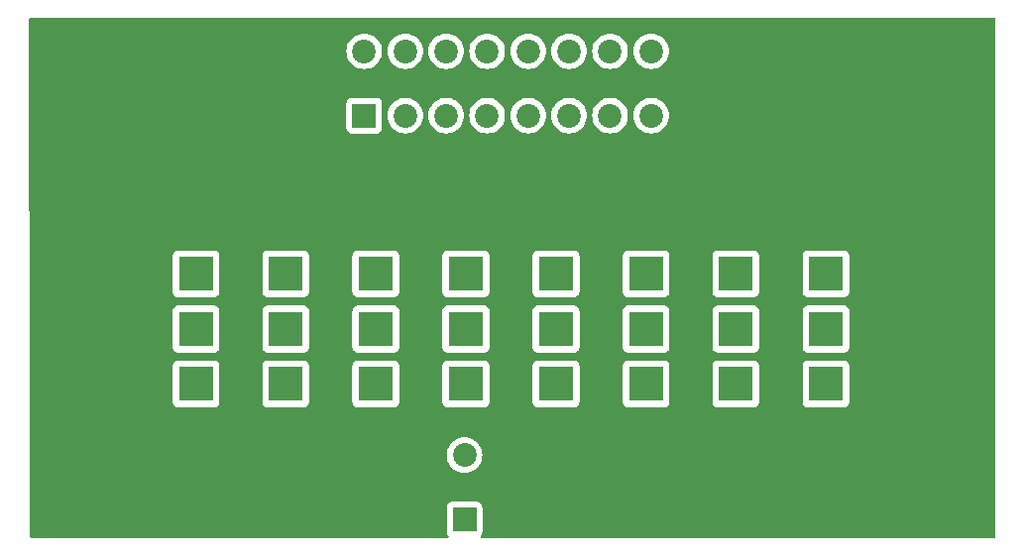
<source format=gbl>
G04 #@! TF.GenerationSoftware,KiCad,Pcbnew,7.0.7*
G04 #@! TF.CreationDate,2023-09-05T00:15:25-07:00*
G04 #@! TF.ProjectId,Power Supply Board Ground Systems V1.1,506f7765-7220-4537-9570-706c7920426f,rev?*
G04 #@! TF.SameCoordinates,Original*
G04 #@! TF.FileFunction,Copper,L2,Bot*
G04 #@! TF.FilePolarity,Positive*
%FSLAX46Y46*%
G04 Gerber Fmt 4.6, Leading zero omitted, Abs format (unit mm)*
G04 Created by KiCad (PCBNEW 7.0.7) date 2023-09-05 00:15:25*
%MOMM*%
%LPD*%
G01*
G04 APERTURE LIST*
G04 #@! TA.AperFunction,ComponentPad*
%ADD10R,3.000000X3.000000*%
G04 #@! TD*
G04 #@! TA.AperFunction,ComponentPad*
%ADD11C,3.600000*%
G04 #@! TD*
G04 #@! TA.AperFunction,ConnectorPad*
%ADD12C,6.400000*%
G04 #@! TD*
G04 #@! TA.AperFunction,ComponentPad*
%ADD13R,2.025000X2.025000*%
G04 #@! TD*
G04 #@! TA.AperFunction,ComponentPad*
%ADD14C,2.025000*%
G04 #@! TD*
G04 #@! TA.AperFunction,ViaPad*
%ADD15C,0.800000*%
G04 #@! TD*
G04 APERTURE END LIST*
D10*
X47330916Y-47289800D03*
X47330916Y-51989800D03*
X47330916Y-56689800D03*
X78086684Y-47289800D03*
X78086684Y-51989800D03*
X78086684Y-56689800D03*
X55019858Y-47289800D03*
X55019858Y-51989800D03*
X55019858Y-56689800D03*
X39641974Y-47289800D03*
X39641974Y-51989800D03*
X39641974Y-56689800D03*
D11*
X102870000Y-60325000D03*
D12*
X102870000Y-60325000D03*
D11*
X30480000Y-60325000D03*
D12*
X30480000Y-60325000D03*
D13*
X62590000Y-68260000D03*
D14*
X62590000Y-62760000D03*
X66090000Y-68260000D03*
X66090000Y-62760000D03*
D10*
X93464574Y-47289800D03*
X93464574Y-51989800D03*
X93464574Y-56689800D03*
D11*
X102870000Y-34925000D03*
D12*
X102870000Y-34925000D03*
D10*
X85775626Y-47289800D03*
X85775626Y-51989800D03*
X85775626Y-56689800D03*
X70397742Y-47289800D03*
X70397742Y-51989800D03*
X70397742Y-56689800D03*
D13*
X54025800Y-33756600D03*
D14*
X54025800Y-28256600D03*
X57525800Y-33756600D03*
X57525800Y-28256600D03*
X61025800Y-33756600D03*
X61025800Y-28256600D03*
X64525800Y-33756600D03*
X64525800Y-28256600D03*
X68025800Y-33756600D03*
X68025800Y-28256600D03*
X71525800Y-33756600D03*
X71525800Y-28256600D03*
X75025800Y-33756600D03*
X75025800Y-28256600D03*
X78525800Y-33756600D03*
X78525800Y-28256600D03*
D10*
X62708800Y-47289800D03*
X62708800Y-51989800D03*
X62708800Y-56689800D03*
D11*
X30480000Y-34925000D03*
D12*
X30480000Y-34925000D03*
D15*
X47659600Y-38177000D03*
X51867503Y-64720000D03*
X78419000Y-38177000D03*
X55355800Y-38177000D03*
X86140600Y-38177000D03*
X63026600Y-38177000D03*
X70722800Y-38177000D03*
X39963400Y-38177000D03*
X93836800Y-38177000D03*
G04 #@! TA.AperFunction,Conductor*
G36*
X107823542Y-25425360D02*
G01*
X107891653Y-25445382D01*
X107938130Y-25499052D01*
X107949500Y-25551359D01*
X107949500Y-69723500D01*
X107929498Y-69791621D01*
X107875842Y-69838114D01*
X107823500Y-69849500D01*
X106326000Y-69849500D01*
X64067174Y-69836489D01*
X63999060Y-69816466D01*
X63952583Y-69762796D01*
X63942501Y-69692519D01*
X63966343Y-69634983D01*
X64053389Y-69518704D01*
X64104489Y-69381701D01*
X64111000Y-69321138D01*
X64111000Y-67198862D01*
X64110999Y-67198850D01*
X64104490Y-67138303D01*
X64104488Y-67138295D01*
X64053389Y-67001297D01*
X64053387Y-67001292D01*
X63965761Y-66884238D01*
X63848707Y-66796612D01*
X63848702Y-66796610D01*
X63711704Y-66745511D01*
X63711696Y-66745509D01*
X63651149Y-66739000D01*
X63651138Y-66739000D01*
X61528862Y-66739000D01*
X61528850Y-66739000D01*
X61468303Y-66745509D01*
X61468295Y-66745511D01*
X61331297Y-66796610D01*
X61331292Y-66796612D01*
X61214238Y-66884238D01*
X61126612Y-67001292D01*
X61126610Y-67001297D01*
X61075511Y-67138295D01*
X61075509Y-67138303D01*
X61069000Y-67198850D01*
X61069000Y-69321149D01*
X61075509Y-69381696D01*
X61075511Y-69381704D01*
X61126610Y-69518702D01*
X61126612Y-69518707D01*
X61212973Y-69634070D01*
X61237784Y-69700590D01*
X61222693Y-69769964D01*
X61172491Y-69820166D01*
X61112066Y-69835579D01*
X25576617Y-69824638D01*
X25508503Y-69804615D01*
X25462026Y-69750945D01*
X25450656Y-69698782D01*
X25450293Y-69381704D01*
X25442721Y-62760000D01*
X61064297Y-62760000D01*
X61083081Y-62998673D01*
X61138970Y-63231468D01*
X61230589Y-63452655D01*
X61230590Y-63452656D01*
X61355677Y-63656782D01*
X61355682Y-63656789D01*
X61511164Y-63838835D01*
X61693210Y-63994317D01*
X61693214Y-63994320D01*
X61897345Y-64119411D01*
X62118532Y-64211030D01*
X62351327Y-64266919D01*
X62590000Y-64285703D01*
X62828673Y-64266919D01*
X63061468Y-64211030D01*
X63282655Y-64119411D01*
X63486786Y-63994320D01*
X63668835Y-63838835D01*
X63824320Y-63656786D01*
X63949411Y-63452655D01*
X64041030Y-63231468D01*
X64096919Y-62998673D01*
X64115703Y-62760000D01*
X64096919Y-62521327D01*
X64041030Y-62288532D01*
X63949411Y-62067345D01*
X63824320Y-61863214D01*
X63824317Y-61863210D01*
X63668835Y-61681164D01*
X63486789Y-61525682D01*
X63486782Y-61525677D01*
X63367097Y-61452335D01*
X63282655Y-61400589D01*
X63061468Y-61308970D01*
X62828673Y-61253081D01*
X62590000Y-61234297D01*
X62351327Y-61253081D01*
X62118531Y-61308970D01*
X61897343Y-61400590D01*
X61693217Y-61525677D01*
X61693210Y-61525682D01*
X61511164Y-61681164D01*
X61355682Y-61863210D01*
X61355677Y-61863217D01*
X61230590Y-62067343D01*
X61230589Y-62067345D01*
X61138970Y-62288532D01*
X61083081Y-62521327D01*
X61064297Y-62760000D01*
X25442721Y-62760000D01*
X25437551Y-58238449D01*
X37633474Y-58238449D01*
X37639983Y-58298996D01*
X37639985Y-58299004D01*
X37691084Y-58436002D01*
X37691086Y-58436007D01*
X37778712Y-58553061D01*
X37895766Y-58640687D01*
X37895768Y-58640688D01*
X37895770Y-58640689D01*
X37954849Y-58662724D01*
X38032769Y-58691788D01*
X38032777Y-58691790D01*
X38093324Y-58698299D01*
X38093329Y-58698299D01*
X38093336Y-58698300D01*
X38093342Y-58698300D01*
X41190606Y-58698300D01*
X41190612Y-58698300D01*
X41190619Y-58698299D01*
X41190623Y-58698299D01*
X41251170Y-58691790D01*
X41251173Y-58691789D01*
X41251175Y-58691789D01*
X41388178Y-58640689D01*
X41505235Y-58553061D01*
X41592863Y-58436004D01*
X41643963Y-58299001D01*
X41650473Y-58238449D01*
X45322416Y-58238449D01*
X45328925Y-58298996D01*
X45328927Y-58299004D01*
X45380026Y-58436002D01*
X45380028Y-58436007D01*
X45467654Y-58553061D01*
X45584708Y-58640687D01*
X45584710Y-58640688D01*
X45584712Y-58640689D01*
X45643791Y-58662724D01*
X45721711Y-58691788D01*
X45721719Y-58691790D01*
X45782266Y-58698299D01*
X45782271Y-58698299D01*
X45782278Y-58698300D01*
X45782284Y-58698300D01*
X48879548Y-58698300D01*
X48879554Y-58698300D01*
X48879561Y-58698299D01*
X48879565Y-58698299D01*
X48940112Y-58691790D01*
X48940115Y-58691789D01*
X48940117Y-58691789D01*
X49077120Y-58640689D01*
X49194177Y-58553061D01*
X49281805Y-58436004D01*
X49332905Y-58299001D01*
X49339415Y-58238449D01*
X53011358Y-58238449D01*
X53017867Y-58298996D01*
X53017869Y-58299004D01*
X53068968Y-58436002D01*
X53068970Y-58436007D01*
X53156596Y-58553061D01*
X53273650Y-58640687D01*
X53273652Y-58640688D01*
X53273654Y-58640689D01*
X53332733Y-58662724D01*
X53410653Y-58691788D01*
X53410661Y-58691790D01*
X53471208Y-58698299D01*
X53471213Y-58698299D01*
X53471220Y-58698300D01*
X53471226Y-58698300D01*
X56568490Y-58698300D01*
X56568496Y-58698300D01*
X56568503Y-58698299D01*
X56568507Y-58698299D01*
X56629054Y-58691790D01*
X56629057Y-58691789D01*
X56629059Y-58691789D01*
X56766062Y-58640689D01*
X56883119Y-58553061D01*
X56970747Y-58436004D01*
X57021847Y-58299001D01*
X57028357Y-58238449D01*
X60700300Y-58238449D01*
X60706809Y-58298996D01*
X60706811Y-58299004D01*
X60757910Y-58436002D01*
X60757912Y-58436007D01*
X60845538Y-58553061D01*
X60962592Y-58640687D01*
X60962594Y-58640688D01*
X60962596Y-58640689D01*
X61021675Y-58662724D01*
X61099595Y-58691788D01*
X61099603Y-58691790D01*
X61160150Y-58698299D01*
X61160155Y-58698299D01*
X61160162Y-58698300D01*
X61160168Y-58698300D01*
X64257432Y-58698300D01*
X64257438Y-58698300D01*
X64257445Y-58698299D01*
X64257449Y-58698299D01*
X64317996Y-58691790D01*
X64317999Y-58691789D01*
X64318001Y-58691789D01*
X64455004Y-58640689D01*
X64572061Y-58553061D01*
X64659689Y-58436004D01*
X64710789Y-58299001D01*
X64717299Y-58238449D01*
X68389242Y-58238449D01*
X68395751Y-58298996D01*
X68395753Y-58299004D01*
X68446852Y-58436002D01*
X68446854Y-58436007D01*
X68534480Y-58553061D01*
X68651534Y-58640687D01*
X68651536Y-58640688D01*
X68651538Y-58640689D01*
X68710617Y-58662724D01*
X68788537Y-58691788D01*
X68788545Y-58691790D01*
X68849092Y-58698299D01*
X68849097Y-58698299D01*
X68849104Y-58698300D01*
X68849110Y-58698300D01*
X71946374Y-58698300D01*
X71946380Y-58698300D01*
X71946387Y-58698299D01*
X71946391Y-58698299D01*
X72006938Y-58691790D01*
X72006941Y-58691789D01*
X72006943Y-58691789D01*
X72143946Y-58640689D01*
X72261003Y-58553061D01*
X72348631Y-58436004D01*
X72399731Y-58299001D01*
X72406241Y-58238449D01*
X76078184Y-58238449D01*
X76084693Y-58298996D01*
X76084695Y-58299004D01*
X76135794Y-58436002D01*
X76135796Y-58436007D01*
X76223422Y-58553061D01*
X76340476Y-58640687D01*
X76340478Y-58640688D01*
X76340480Y-58640689D01*
X76399559Y-58662724D01*
X76477479Y-58691788D01*
X76477487Y-58691790D01*
X76538034Y-58698299D01*
X76538039Y-58698299D01*
X76538046Y-58698300D01*
X76538052Y-58698300D01*
X79635316Y-58698300D01*
X79635322Y-58698300D01*
X79635329Y-58698299D01*
X79635333Y-58698299D01*
X79695880Y-58691790D01*
X79695883Y-58691789D01*
X79695885Y-58691789D01*
X79832888Y-58640689D01*
X79949945Y-58553061D01*
X80037573Y-58436004D01*
X80088673Y-58299001D01*
X80095183Y-58238449D01*
X83767126Y-58238449D01*
X83773635Y-58298996D01*
X83773637Y-58299004D01*
X83824736Y-58436002D01*
X83824738Y-58436007D01*
X83912364Y-58553061D01*
X84029418Y-58640687D01*
X84029420Y-58640688D01*
X84029422Y-58640689D01*
X84088501Y-58662724D01*
X84166421Y-58691788D01*
X84166429Y-58691790D01*
X84226976Y-58698299D01*
X84226981Y-58698299D01*
X84226988Y-58698300D01*
X84226994Y-58698300D01*
X87324258Y-58698300D01*
X87324264Y-58698300D01*
X87324271Y-58698299D01*
X87324275Y-58698299D01*
X87384822Y-58691790D01*
X87384825Y-58691789D01*
X87384827Y-58691789D01*
X87521830Y-58640689D01*
X87638887Y-58553061D01*
X87726515Y-58436004D01*
X87777615Y-58299001D01*
X87784125Y-58238449D01*
X91456074Y-58238449D01*
X91462583Y-58298996D01*
X91462585Y-58299004D01*
X91513684Y-58436002D01*
X91513686Y-58436007D01*
X91601312Y-58553061D01*
X91718366Y-58640687D01*
X91718368Y-58640688D01*
X91718370Y-58640689D01*
X91777449Y-58662724D01*
X91855369Y-58691788D01*
X91855377Y-58691790D01*
X91915924Y-58698299D01*
X91915929Y-58698299D01*
X91915936Y-58698300D01*
X91915942Y-58698300D01*
X95013206Y-58698300D01*
X95013212Y-58698300D01*
X95013219Y-58698299D01*
X95013223Y-58698299D01*
X95073770Y-58691790D01*
X95073773Y-58691789D01*
X95073775Y-58691789D01*
X95210778Y-58640689D01*
X95327835Y-58553061D01*
X95415463Y-58436004D01*
X95466563Y-58299001D01*
X95473074Y-58238438D01*
X95473074Y-55141162D01*
X95473073Y-55141150D01*
X95466564Y-55080603D01*
X95466562Y-55080595D01*
X95415463Y-54943597D01*
X95415461Y-54943592D01*
X95327835Y-54826538D01*
X95210781Y-54738912D01*
X95210776Y-54738910D01*
X95073778Y-54687811D01*
X95073770Y-54687809D01*
X95013223Y-54681300D01*
X95013212Y-54681300D01*
X91915936Y-54681300D01*
X91915924Y-54681300D01*
X91855377Y-54687809D01*
X91855369Y-54687811D01*
X91718371Y-54738910D01*
X91718366Y-54738912D01*
X91601312Y-54826538D01*
X91513686Y-54943592D01*
X91513684Y-54943597D01*
X91462585Y-55080595D01*
X91462583Y-55080603D01*
X91456074Y-55141150D01*
X91456074Y-58238449D01*
X87784125Y-58238449D01*
X87784126Y-58238438D01*
X87784126Y-55141162D01*
X87784125Y-55141150D01*
X87777616Y-55080603D01*
X87777614Y-55080595D01*
X87726515Y-54943597D01*
X87726513Y-54943592D01*
X87638887Y-54826538D01*
X87521833Y-54738912D01*
X87521828Y-54738910D01*
X87384830Y-54687811D01*
X87384822Y-54687809D01*
X87324275Y-54681300D01*
X87324264Y-54681300D01*
X84226988Y-54681300D01*
X84226976Y-54681300D01*
X84166429Y-54687809D01*
X84166421Y-54687811D01*
X84029423Y-54738910D01*
X84029418Y-54738912D01*
X83912364Y-54826538D01*
X83824738Y-54943592D01*
X83824736Y-54943597D01*
X83773637Y-55080595D01*
X83773635Y-55080603D01*
X83767126Y-55141150D01*
X83767126Y-58238449D01*
X80095183Y-58238449D01*
X80095184Y-58238438D01*
X80095184Y-55141162D01*
X80095183Y-55141150D01*
X80088674Y-55080603D01*
X80088672Y-55080595D01*
X80037573Y-54943597D01*
X80037571Y-54943592D01*
X79949945Y-54826538D01*
X79832891Y-54738912D01*
X79832886Y-54738910D01*
X79695888Y-54687811D01*
X79695880Y-54687809D01*
X79635333Y-54681300D01*
X79635322Y-54681300D01*
X76538046Y-54681300D01*
X76538034Y-54681300D01*
X76477487Y-54687809D01*
X76477479Y-54687811D01*
X76340481Y-54738910D01*
X76340476Y-54738912D01*
X76223422Y-54826538D01*
X76135796Y-54943592D01*
X76135794Y-54943597D01*
X76084695Y-55080595D01*
X76084693Y-55080603D01*
X76078184Y-55141150D01*
X76078184Y-58238449D01*
X72406241Y-58238449D01*
X72406242Y-58238438D01*
X72406242Y-55141162D01*
X72406241Y-55141150D01*
X72399732Y-55080603D01*
X72399730Y-55080595D01*
X72348631Y-54943597D01*
X72348629Y-54943592D01*
X72261003Y-54826538D01*
X72143949Y-54738912D01*
X72143944Y-54738910D01*
X72006946Y-54687811D01*
X72006938Y-54687809D01*
X71946391Y-54681300D01*
X71946380Y-54681300D01*
X68849104Y-54681300D01*
X68849092Y-54681300D01*
X68788545Y-54687809D01*
X68788537Y-54687811D01*
X68651539Y-54738910D01*
X68651534Y-54738912D01*
X68534480Y-54826538D01*
X68446854Y-54943592D01*
X68446852Y-54943597D01*
X68395753Y-55080595D01*
X68395751Y-55080603D01*
X68389242Y-55141150D01*
X68389242Y-58238449D01*
X64717299Y-58238449D01*
X64717300Y-58238438D01*
X64717300Y-55141162D01*
X64717299Y-55141150D01*
X64710790Y-55080603D01*
X64710788Y-55080595D01*
X64659689Y-54943597D01*
X64659687Y-54943592D01*
X64572061Y-54826538D01*
X64455007Y-54738912D01*
X64455002Y-54738910D01*
X64318004Y-54687811D01*
X64317996Y-54687809D01*
X64257449Y-54681300D01*
X64257438Y-54681300D01*
X61160162Y-54681300D01*
X61160150Y-54681300D01*
X61099603Y-54687809D01*
X61099595Y-54687811D01*
X60962597Y-54738910D01*
X60962592Y-54738912D01*
X60845538Y-54826538D01*
X60757912Y-54943592D01*
X60757910Y-54943597D01*
X60706811Y-55080595D01*
X60706809Y-55080603D01*
X60700300Y-55141150D01*
X60700300Y-58238449D01*
X57028357Y-58238449D01*
X57028358Y-58238438D01*
X57028358Y-55141162D01*
X57028357Y-55141150D01*
X57021848Y-55080603D01*
X57021846Y-55080595D01*
X56970747Y-54943597D01*
X56970745Y-54943592D01*
X56883119Y-54826538D01*
X56766065Y-54738912D01*
X56766060Y-54738910D01*
X56629062Y-54687811D01*
X56629054Y-54687809D01*
X56568507Y-54681300D01*
X56568496Y-54681300D01*
X53471220Y-54681300D01*
X53471208Y-54681300D01*
X53410661Y-54687809D01*
X53410653Y-54687811D01*
X53273655Y-54738910D01*
X53273650Y-54738912D01*
X53156596Y-54826538D01*
X53068970Y-54943592D01*
X53068968Y-54943597D01*
X53017869Y-55080595D01*
X53017867Y-55080603D01*
X53011358Y-55141150D01*
X53011358Y-58238449D01*
X49339415Y-58238449D01*
X49339416Y-58238438D01*
X49339416Y-55141162D01*
X49339415Y-55141150D01*
X49332906Y-55080603D01*
X49332904Y-55080595D01*
X49281805Y-54943597D01*
X49281803Y-54943592D01*
X49194177Y-54826538D01*
X49077123Y-54738912D01*
X49077118Y-54738910D01*
X48940120Y-54687811D01*
X48940112Y-54687809D01*
X48879565Y-54681300D01*
X48879554Y-54681300D01*
X45782278Y-54681300D01*
X45782266Y-54681300D01*
X45721719Y-54687809D01*
X45721711Y-54687811D01*
X45584713Y-54738910D01*
X45584708Y-54738912D01*
X45467654Y-54826538D01*
X45380028Y-54943592D01*
X45380026Y-54943597D01*
X45328927Y-55080595D01*
X45328925Y-55080603D01*
X45322416Y-55141150D01*
X45322416Y-58238449D01*
X41650473Y-58238449D01*
X41650474Y-58238438D01*
X41650474Y-55141162D01*
X41650473Y-55141150D01*
X41643964Y-55080603D01*
X41643962Y-55080595D01*
X41592863Y-54943597D01*
X41592861Y-54943592D01*
X41505235Y-54826538D01*
X41388181Y-54738912D01*
X41388176Y-54738910D01*
X41251178Y-54687811D01*
X41251170Y-54687809D01*
X41190623Y-54681300D01*
X41190612Y-54681300D01*
X38093336Y-54681300D01*
X38093324Y-54681300D01*
X38032777Y-54687809D01*
X38032769Y-54687811D01*
X37895771Y-54738910D01*
X37895766Y-54738912D01*
X37778712Y-54826538D01*
X37691086Y-54943592D01*
X37691084Y-54943597D01*
X37639985Y-55080595D01*
X37639983Y-55080603D01*
X37633474Y-55141150D01*
X37633474Y-58238449D01*
X25437551Y-58238449D01*
X25432176Y-53538449D01*
X37633474Y-53538449D01*
X37639983Y-53598996D01*
X37639985Y-53599004D01*
X37691084Y-53736002D01*
X37691086Y-53736007D01*
X37778712Y-53853061D01*
X37895766Y-53940687D01*
X37895768Y-53940688D01*
X37895770Y-53940689D01*
X37954849Y-53962724D01*
X38032769Y-53991788D01*
X38032777Y-53991790D01*
X38093324Y-53998299D01*
X38093329Y-53998299D01*
X38093336Y-53998300D01*
X38093342Y-53998300D01*
X41190606Y-53998300D01*
X41190612Y-53998300D01*
X41190619Y-53998299D01*
X41190623Y-53998299D01*
X41251170Y-53991790D01*
X41251173Y-53991789D01*
X41251175Y-53991789D01*
X41388178Y-53940689D01*
X41505235Y-53853061D01*
X41592863Y-53736004D01*
X41643963Y-53599001D01*
X41650473Y-53538449D01*
X45322416Y-53538449D01*
X45328925Y-53598996D01*
X45328927Y-53599004D01*
X45380026Y-53736002D01*
X45380028Y-53736007D01*
X45467654Y-53853061D01*
X45584708Y-53940687D01*
X45584710Y-53940688D01*
X45584712Y-53940689D01*
X45643791Y-53962724D01*
X45721711Y-53991788D01*
X45721719Y-53991790D01*
X45782266Y-53998299D01*
X45782271Y-53998299D01*
X45782278Y-53998300D01*
X45782284Y-53998300D01*
X48879548Y-53998300D01*
X48879554Y-53998300D01*
X48879561Y-53998299D01*
X48879565Y-53998299D01*
X48940112Y-53991790D01*
X48940115Y-53991789D01*
X48940117Y-53991789D01*
X49077120Y-53940689D01*
X49194177Y-53853061D01*
X49281805Y-53736004D01*
X49332905Y-53599001D01*
X49339415Y-53538449D01*
X53011358Y-53538449D01*
X53017867Y-53598996D01*
X53017869Y-53599004D01*
X53068968Y-53736002D01*
X53068970Y-53736007D01*
X53156596Y-53853061D01*
X53273650Y-53940687D01*
X53273652Y-53940688D01*
X53273654Y-53940689D01*
X53332733Y-53962724D01*
X53410653Y-53991788D01*
X53410661Y-53991790D01*
X53471208Y-53998299D01*
X53471213Y-53998299D01*
X53471220Y-53998300D01*
X53471226Y-53998300D01*
X56568490Y-53998300D01*
X56568496Y-53998300D01*
X56568503Y-53998299D01*
X56568507Y-53998299D01*
X56629054Y-53991790D01*
X56629057Y-53991789D01*
X56629059Y-53991789D01*
X56766062Y-53940689D01*
X56883119Y-53853061D01*
X56970747Y-53736004D01*
X57021847Y-53599001D01*
X57028357Y-53538449D01*
X60700300Y-53538449D01*
X60706809Y-53598996D01*
X60706811Y-53599004D01*
X60757910Y-53736002D01*
X60757912Y-53736007D01*
X60845538Y-53853061D01*
X60962592Y-53940687D01*
X60962594Y-53940688D01*
X60962596Y-53940689D01*
X61021675Y-53962724D01*
X61099595Y-53991788D01*
X61099603Y-53991790D01*
X61160150Y-53998299D01*
X61160155Y-53998299D01*
X61160162Y-53998300D01*
X61160168Y-53998300D01*
X64257432Y-53998300D01*
X64257438Y-53998300D01*
X64257445Y-53998299D01*
X64257449Y-53998299D01*
X64317996Y-53991790D01*
X64317999Y-53991789D01*
X64318001Y-53991789D01*
X64455004Y-53940689D01*
X64572061Y-53853061D01*
X64659689Y-53736004D01*
X64710789Y-53599001D01*
X64717299Y-53538449D01*
X68389242Y-53538449D01*
X68395751Y-53598996D01*
X68395753Y-53599004D01*
X68446852Y-53736002D01*
X68446854Y-53736007D01*
X68534480Y-53853061D01*
X68651534Y-53940687D01*
X68651536Y-53940688D01*
X68651538Y-53940689D01*
X68710617Y-53962724D01*
X68788537Y-53991788D01*
X68788545Y-53991790D01*
X68849092Y-53998299D01*
X68849097Y-53998299D01*
X68849104Y-53998300D01*
X68849110Y-53998300D01*
X71946374Y-53998300D01*
X71946380Y-53998300D01*
X71946387Y-53998299D01*
X71946391Y-53998299D01*
X72006938Y-53991790D01*
X72006941Y-53991789D01*
X72006943Y-53991789D01*
X72143946Y-53940689D01*
X72261003Y-53853061D01*
X72348631Y-53736004D01*
X72399731Y-53599001D01*
X72406241Y-53538449D01*
X76078184Y-53538449D01*
X76084693Y-53598996D01*
X76084695Y-53599004D01*
X76135794Y-53736002D01*
X76135796Y-53736007D01*
X76223422Y-53853061D01*
X76340476Y-53940687D01*
X76340478Y-53940688D01*
X76340480Y-53940689D01*
X76399559Y-53962724D01*
X76477479Y-53991788D01*
X76477487Y-53991790D01*
X76538034Y-53998299D01*
X76538039Y-53998299D01*
X76538046Y-53998300D01*
X76538052Y-53998300D01*
X79635316Y-53998300D01*
X79635322Y-53998300D01*
X79635329Y-53998299D01*
X79635333Y-53998299D01*
X79695880Y-53991790D01*
X79695883Y-53991789D01*
X79695885Y-53991789D01*
X79832888Y-53940689D01*
X79949945Y-53853061D01*
X80037573Y-53736004D01*
X80088673Y-53599001D01*
X80095183Y-53538449D01*
X83767126Y-53538449D01*
X83773635Y-53598996D01*
X83773637Y-53599004D01*
X83824736Y-53736002D01*
X83824738Y-53736007D01*
X83912364Y-53853061D01*
X84029418Y-53940687D01*
X84029420Y-53940688D01*
X84029422Y-53940689D01*
X84088501Y-53962724D01*
X84166421Y-53991788D01*
X84166429Y-53991790D01*
X84226976Y-53998299D01*
X84226981Y-53998299D01*
X84226988Y-53998300D01*
X84226994Y-53998300D01*
X87324258Y-53998300D01*
X87324264Y-53998300D01*
X87324271Y-53998299D01*
X87324275Y-53998299D01*
X87384822Y-53991790D01*
X87384825Y-53991789D01*
X87384827Y-53991789D01*
X87521830Y-53940689D01*
X87638887Y-53853061D01*
X87726515Y-53736004D01*
X87777615Y-53599001D01*
X87784125Y-53538449D01*
X91456074Y-53538449D01*
X91462583Y-53598996D01*
X91462585Y-53599004D01*
X91513684Y-53736002D01*
X91513686Y-53736007D01*
X91601312Y-53853061D01*
X91718366Y-53940687D01*
X91718368Y-53940688D01*
X91718370Y-53940689D01*
X91777449Y-53962724D01*
X91855369Y-53991788D01*
X91855377Y-53991790D01*
X91915924Y-53998299D01*
X91915929Y-53998299D01*
X91915936Y-53998300D01*
X91915942Y-53998300D01*
X95013206Y-53998300D01*
X95013212Y-53998300D01*
X95013219Y-53998299D01*
X95013223Y-53998299D01*
X95073770Y-53991790D01*
X95073773Y-53991789D01*
X95073775Y-53991789D01*
X95210778Y-53940689D01*
X95327835Y-53853061D01*
X95415463Y-53736004D01*
X95466563Y-53599001D01*
X95473074Y-53538438D01*
X95473074Y-50441162D01*
X95473073Y-50441150D01*
X95466564Y-50380603D01*
X95466562Y-50380595D01*
X95415463Y-50243597D01*
X95415461Y-50243592D01*
X95327835Y-50126538D01*
X95210781Y-50038912D01*
X95210776Y-50038910D01*
X95073778Y-49987811D01*
X95073770Y-49987809D01*
X95013223Y-49981300D01*
X95013212Y-49981300D01*
X91915936Y-49981300D01*
X91915924Y-49981300D01*
X91855377Y-49987809D01*
X91855369Y-49987811D01*
X91718371Y-50038910D01*
X91718366Y-50038912D01*
X91601312Y-50126538D01*
X91513686Y-50243592D01*
X91513684Y-50243597D01*
X91462585Y-50380595D01*
X91462583Y-50380603D01*
X91456074Y-50441150D01*
X91456074Y-53538449D01*
X87784125Y-53538449D01*
X87784126Y-53538438D01*
X87784126Y-50441162D01*
X87784125Y-50441150D01*
X87777616Y-50380603D01*
X87777614Y-50380595D01*
X87726515Y-50243597D01*
X87726513Y-50243592D01*
X87638887Y-50126538D01*
X87521833Y-50038912D01*
X87521828Y-50038910D01*
X87384830Y-49987811D01*
X87384822Y-49987809D01*
X87324275Y-49981300D01*
X87324264Y-49981300D01*
X84226988Y-49981300D01*
X84226976Y-49981300D01*
X84166429Y-49987809D01*
X84166421Y-49987811D01*
X84029423Y-50038910D01*
X84029418Y-50038912D01*
X83912364Y-50126538D01*
X83824738Y-50243592D01*
X83824736Y-50243597D01*
X83773637Y-50380595D01*
X83773635Y-50380603D01*
X83767126Y-50441150D01*
X83767126Y-53538449D01*
X80095183Y-53538449D01*
X80095184Y-53538438D01*
X80095184Y-50441162D01*
X80095183Y-50441150D01*
X80088674Y-50380603D01*
X80088672Y-50380595D01*
X80037573Y-50243597D01*
X80037571Y-50243592D01*
X79949945Y-50126538D01*
X79832891Y-50038912D01*
X79832886Y-50038910D01*
X79695888Y-49987811D01*
X79695880Y-49987809D01*
X79635333Y-49981300D01*
X79635322Y-49981300D01*
X76538046Y-49981300D01*
X76538034Y-49981300D01*
X76477487Y-49987809D01*
X76477479Y-49987811D01*
X76340481Y-50038910D01*
X76340476Y-50038912D01*
X76223422Y-50126538D01*
X76135796Y-50243592D01*
X76135794Y-50243597D01*
X76084695Y-50380595D01*
X76084693Y-50380603D01*
X76078184Y-50441150D01*
X76078184Y-53538449D01*
X72406241Y-53538449D01*
X72406242Y-53538438D01*
X72406242Y-50441162D01*
X72406241Y-50441150D01*
X72399732Y-50380603D01*
X72399730Y-50380595D01*
X72348631Y-50243597D01*
X72348629Y-50243592D01*
X72261003Y-50126538D01*
X72143949Y-50038912D01*
X72143944Y-50038910D01*
X72006946Y-49987811D01*
X72006938Y-49987809D01*
X71946391Y-49981300D01*
X71946380Y-49981300D01*
X68849104Y-49981300D01*
X68849092Y-49981300D01*
X68788545Y-49987809D01*
X68788537Y-49987811D01*
X68651539Y-50038910D01*
X68651534Y-50038912D01*
X68534480Y-50126538D01*
X68446854Y-50243592D01*
X68446852Y-50243597D01*
X68395753Y-50380595D01*
X68395751Y-50380603D01*
X68389242Y-50441150D01*
X68389242Y-53538449D01*
X64717299Y-53538449D01*
X64717300Y-53538438D01*
X64717300Y-50441162D01*
X64717299Y-50441150D01*
X64710790Y-50380603D01*
X64710788Y-50380595D01*
X64659689Y-50243597D01*
X64659687Y-50243592D01*
X64572061Y-50126538D01*
X64455007Y-50038912D01*
X64455002Y-50038910D01*
X64318004Y-49987811D01*
X64317996Y-49987809D01*
X64257449Y-49981300D01*
X64257438Y-49981300D01*
X61160162Y-49981300D01*
X61160150Y-49981300D01*
X61099603Y-49987809D01*
X61099595Y-49987811D01*
X60962597Y-50038910D01*
X60962592Y-50038912D01*
X60845538Y-50126538D01*
X60757912Y-50243592D01*
X60757910Y-50243597D01*
X60706811Y-50380595D01*
X60706809Y-50380603D01*
X60700300Y-50441150D01*
X60700300Y-53538449D01*
X57028357Y-53538449D01*
X57028358Y-53538438D01*
X57028358Y-50441162D01*
X57028357Y-50441150D01*
X57021848Y-50380603D01*
X57021846Y-50380595D01*
X56970747Y-50243597D01*
X56970745Y-50243592D01*
X56883119Y-50126538D01*
X56766065Y-50038912D01*
X56766060Y-50038910D01*
X56629062Y-49987811D01*
X56629054Y-49987809D01*
X56568507Y-49981300D01*
X56568496Y-49981300D01*
X53471220Y-49981300D01*
X53471208Y-49981300D01*
X53410661Y-49987809D01*
X53410653Y-49987811D01*
X53273655Y-50038910D01*
X53273650Y-50038912D01*
X53156596Y-50126538D01*
X53068970Y-50243592D01*
X53068968Y-50243597D01*
X53017869Y-50380595D01*
X53017867Y-50380603D01*
X53011358Y-50441150D01*
X53011358Y-53538449D01*
X49339415Y-53538449D01*
X49339416Y-53538438D01*
X49339416Y-50441162D01*
X49339415Y-50441150D01*
X49332906Y-50380603D01*
X49332904Y-50380595D01*
X49281805Y-50243597D01*
X49281803Y-50243592D01*
X49194177Y-50126538D01*
X49077123Y-50038912D01*
X49077118Y-50038910D01*
X48940120Y-49987811D01*
X48940112Y-49987809D01*
X48879565Y-49981300D01*
X48879554Y-49981300D01*
X45782278Y-49981300D01*
X45782266Y-49981300D01*
X45721719Y-49987809D01*
X45721711Y-49987811D01*
X45584713Y-50038910D01*
X45584708Y-50038912D01*
X45467654Y-50126538D01*
X45380028Y-50243592D01*
X45380026Y-50243597D01*
X45328927Y-50380595D01*
X45328925Y-50380603D01*
X45322416Y-50441150D01*
X45322416Y-53538449D01*
X41650473Y-53538449D01*
X41650474Y-53538438D01*
X41650474Y-50441162D01*
X41650473Y-50441150D01*
X41643964Y-50380603D01*
X41643962Y-50380595D01*
X41592863Y-50243597D01*
X41592861Y-50243592D01*
X41505235Y-50126538D01*
X41388181Y-50038912D01*
X41388176Y-50038910D01*
X41251178Y-49987811D01*
X41251170Y-49987809D01*
X41190623Y-49981300D01*
X41190612Y-49981300D01*
X38093336Y-49981300D01*
X38093324Y-49981300D01*
X38032777Y-49987809D01*
X38032769Y-49987811D01*
X37895771Y-50038910D01*
X37895766Y-50038912D01*
X37778712Y-50126538D01*
X37691086Y-50243592D01*
X37691084Y-50243597D01*
X37639985Y-50380595D01*
X37639983Y-50380603D01*
X37633474Y-50441150D01*
X37633474Y-53538449D01*
X25432176Y-53538449D01*
X25426802Y-48838449D01*
X37633474Y-48838449D01*
X37639983Y-48898996D01*
X37639985Y-48899004D01*
X37691084Y-49036002D01*
X37691086Y-49036007D01*
X37778712Y-49153061D01*
X37895766Y-49240687D01*
X37895768Y-49240688D01*
X37895770Y-49240689D01*
X37954849Y-49262724D01*
X38032769Y-49291788D01*
X38032777Y-49291790D01*
X38093324Y-49298299D01*
X38093329Y-49298299D01*
X38093336Y-49298300D01*
X38093342Y-49298300D01*
X41190606Y-49298300D01*
X41190612Y-49298300D01*
X41190619Y-49298299D01*
X41190623Y-49298299D01*
X41251170Y-49291790D01*
X41251173Y-49291789D01*
X41251175Y-49291789D01*
X41388178Y-49240689D01*
X41505235Y-49153061D01*
X41592863Y-49036004D01*
X41643963Y-48899001D01*
X41650473Y-48838449D01*
X45322416Y-48838449D01*
X45328925Y-48898996D01*
X45328927Y-48899004D01*
X45380026Y-49036002D01*
X45380028Y-49036007D01*
X45467654Y-49153061D01*
X45584708Y-49240687D01*
X45584710Y-49240688D01*
X45584712Y-49240689D01*
X45643791Y-49262724D01*
X45721711Y-49291788D01*
X45721719Y-49291790D01*
X45782266Y-49298299D01*
X45782271Y-49298299D01*
X45782278Y-49298300D01*
X45782284Y-49298300D01*
X48879548Y-49298300D01*
X48879554Y-49298300D01*
X48879561Y-49298299D01*
X48879565Y-49298299D01*
X48940112Y-49291790D01*
X48940115Y-49291789D01*
X48940117Y-49291789D01*
X49077120Y-49240689D01*
X49194177Y-49153061D01*
X49281805Y-49036004D01*
X49332905Y-48899001D01*
X49339415Y-48838449D01*
X53011358Y-48838449D01*
X53017867Y-48898996D01*
X53017869Y-48899004D01*
X53068968Y-49036002D01*
X53068970Y-49036007D01*
X53156596Y-49153061D01*
X53273650Y-49240687D01*
X53273652Y-49240688D01*
X53273654Y-49240689D01*
X53332733Y-49262724D01*
X53410653Y-49291788D01*
X53410661Y-49291790D01*
X53471208Y-49298299D01*
X53471213Y-49298299D01*
X53471220Y-49298300D01*
X53471226Y-49298300D01*
X56568490Y-49298300D01*
X56568496Y-49298300D01*
X56568503Y-49298299D01*
X56568507Y-49298299D01*
X56629054Y-49291790D01*
X56629057Y-49291789D01*
X56629059Y-49291789D01*
X56766062Y-49240689D01*
X56883119Y-49153061D01*
X56970747Y-49036004D01*
X57021847Y-48899001D01*
X57028357Y-48838449D01*
X60700300Y-48838449D01*
X60706809Y-48898996D01*
X60706811Y-48899004D01*
X60757910Y-49036002D01*
X60757912Y-49036007D01*
X60845538Y-49153061D01*
X60962592Y-49240687D01*
X60962594Y-49240688D01*
X60962596Y-49240689D01*
X61021675Y-49262724D01*
X61099595Y-49291788D01*
X61099603Y-49291790D01*
X61160150Y-49298299D01*
X61160155Y-49298299D01*
X61160162Y-49298300D01*
X61160168Y-49298300D01*
X64257432Y-49298300D01*
X64257438Y-49298300D01*
X64257445Y-49298299D01*
X64257449Y-49298299D01*
X64317996Y-49291790D01*
X64317999Y-49291789D01*
X64318001Y-49291789D01*
X64455004Y-49240689D01*
X64572061Y-49153061D01*
X64659689Y-49036004D01*
X64710789Y-48899001D01*
X64717299Y-48838449D01*
X68389242Y-48838449D01*
X68395751Y-48898996D01*
X68395753Y-48899004D01*
X68446852Y-49036002D01*
X68446854Y-49036007D01*
X68534480Y-49153061D01*
X68651534Y-49240687D01*
X68651536Y-49240688D01*
X68651538Y-49240689D01*
X68710617Y-49262724D01*
X68788537Y-49291788D01*
X68788545Y-49291790D01*
X68849092Y-49298299D01*
X68849097Y-49298299D01*
X68849104Y-49298300D01*
X68849110Y-49298300D01*
X71946374Y-49298300D01*
X71946380Y-49298300D01*
X71946387Y-49298299D01*
X71946391Y-49298299D01*
X72006938Y-49291790D01*
X72006941Y-49291789D01*
X72006943Y-49291789D01*
X72143946Y-49240689D01*
X72261003Y-49153061D01*
X72348631Y-49036004D01*
X72399731Y-48899001D01*
X72406241Y-48838449D01*
X76078184Y-48838449D01*
X76084693Y-48898996D01*
X76084695Y-48899004D01*
X76135794Y-49036002D01*
X76135796Y-49036007D01*
X76223422Y-49153061D01*
X76340476Y-49240687D01*
X76340478Y-49240688D01*
X76340480Y-49240689D01*
X76399559Y-49262724D01*
X76477479Y-49291788D01*
X76477487Y-49291790D01*
X76538034Y-49298299D01*
X76538039Y-49298299D01*
X76538046Y-49298300D01*
X76538052Y-49298300D01*
X79635316Y-49298300D01*
X79635322Y-49298300D01*
X79635329Y-49298299D01*
X79635333Y-49298299D01*
X79695880Y-49291790D01*
X79695883Y-49291789D01*
X79695885Y-49291789D01*
X79832888Y-49240689D01*
X79949945Y-49153061D01*
X80037573Y-49036004D01*
X80088673Y-48899001D01*
X80095183Y-48838449D01*
X83767126Y-48838449D01*
X83773635Y-48898996D01*
X83773637Y-48899004D01*
X83824736Y-49036002D01*
X83824738Y-49036007D01*
X83912364Y-49153061D01*
X84029418Y-49240687D01*
X84029420Y-49240688D01*
X84029422Y-49240689D01*
X84088501Y-49262724D01*
X84166421Y-49291788D01*
X84166429Y-49291790D01*
X84226976Y-49298299D01*
X84226981Y-49298299D01*
X84226988Y-49298300D01*
X84226994Y-49298300D01*
X87324258Y-49298300D01*
X87324264Y-49298300D01*
X87324271Y-49298299D01*
X87324275Y-49298299D01*
X87384822Y-49291790D01*
X87384825Y-49291789D01*
X87384827Y-49291789D01*
X87521830Y-49240689D01*
X87638887Y-49153061D01*
X87726515Y-49036004D01*
X87777615Y-48899001D01*
X87784125Y-48838449D01*
X91456074Y-48838449D01*
X91462583Y-48898996D01*
X91462585Y-48899004D01*
X91513684Y-49036002D01*
X91513686Y-49036007D01*
X91601312Y-49153061D01*
X91718366Y-49240687D01*
X91718368Y-49240688D01*
X91718370Y-49240689D01*
X91777449Y-49262724D01*
X91855369Y-49291788D01*
X91855377Y-49291790D01*
X91915924Y-49298299D01*
X91915929Y-49298299D01*
X91915936Y-49298300D01*
X91915942Y-49298300D01*
X95013206Y-49298300D01*
X95013212Y-49298300D01*
X95013219Y-49298299D01*
X95013223Y-49298299D01*
X95073770Y-49291790D01*
X95073773Y-49291789D01*
X95073775Y-49291789D01*
X95210778Y-49240689D01*
X95327835Y-49153061D01*
X95415463Y-49036004D01*
X95466563Y-48899001D01*
X95473074Y-48838438D01*
X95473074Y-45741162D01*
X95473073Y-45741150D01*
X95466564Y-45680603D01*
X95466562Y-45680595D01*
X95415463Y-45543597D01*
X95415461Y-45543592D01*
X95327835Y-45426538D01*
X95210781Y-45338912D01*
X95210776Y-45338910D01*
X95073778Y-45287811D01*
X95073770Y-45287809D01*
X95013223Y-45281300D01*
X95013212Y-45281300D01*
X91915936Y-45281300D01*
X91915924Y-45281300D01*
X91855377Y-45287809D01*
X91855369Y-45287811D01*
X91718371Y-45338910D01*
X91718366Y-45338912D01*
X91601312Y-45426538D01*
X91513686Y-45543592D01*
X91513684Y-45543597D01*
X91462585Y-45680595D01*
X91462583Y-45680603D01*
X91456074Y-45741150D01*
X91456074Y-48838449D01*
X87784125Y-48838449D01*
X87784126Y-48838438D01*
X87784126Y-45741162D01*
X87784125Y-45741150D01*
X87777616Y-45680603D01*
X87777614Y-45680595D01*
X87726515Y-45543597D01*
X87726513Y-45543592D01*
X87638887Y-45426538D01*
X87521833Y-45338912D01*
X87521828Y-45338910D01*
X87384830Y-45287811D01*
X87384822Y-45287809D01*
X87324275Y-45281300D01*
X87324264Y-45281300D01*
X84226988Y-45281300D01*
X84226976Y-45281300D01*
X84166429Y-45287809D01*
X84166421Y-45287811D01*
X84029423Y-45338910D01*
X84029418Y-45338912D01*
X83912364Y-45426538D01*
X83824738Y-45543592D01*
X83824736Y-45543597D01*
X83773637Y-45680595D01*
X83773635Y-45680603D01*
X83767126Y-45741150D01*
X83767126Y-48838449D01*
X80095183Y-48838449D01*
X80095184Y-48838438D01*
X80095184Y-45741162D01*
X80095183Y-45741150D01*
X80088674Y-45680603D01*
X80088672Y-45680595D01*
X80037573Y-45543597D01*
X80037571Y-45543592D01*
X79949945Y-45426538D01*
X79832891Y-45338912D01*
X79832886Y-45338910D01*
X79695888Y-45287811D01*
X79695880Y-45287809D01*
X79635333Y-45281300D01*
X79635322Y-45281300D01*
X76538046Y-45281300D01*
X76538034Y-45281300D01*
X76477487Y-45287809D01*
X76477479Y-45287811D01*
X76340481Y-45338910D01*
X76340476Y-45338912D01*
X76223422Y-45426538D01*
X76135796Y-45543592D01*
X76135794Y-45543597D01*
X76084695Y-45680595D01*
X76084693Y-45680603D01*
X76078184Y-45741150D01*
X76078184Y-48838449D01*
X72406241Y-48838449D01*
X72406242Y-48838438D01*
X72406242Y-45741162D01*
X72406241Y-45741150D01*
X72399732Y-45680603D01*
X72399730Y-45680595D01*
X72348631Y-45543597D01*
X72348629Y-45543592D01*
X72261003Y-45426538D01*
X72143949Y-45338912D01*
X72143944Y-45338910D01*
X72006946Y-45287811D01*
X72006938Y-45287809D01*
X71946391Y-45281300D01*
X71946380Y-45281300D01*
X68849104Y-45281300D01*
X68849092Y-45281300D01*
X68788545Y-45287809D01*
X68788537Y-45287811D01*
X68651539Y-45338910D01*
X68651534Y-45338912D01*
X68534480Y-45426538D01*
X68446854Y-45543592D01*
X68446852Y-45543597D01*
X68395753Y-45680595D01*
X68395751Y-45680603D01*
X68389242Y-45741150D01*
X68389242Y-48838449D01*
X64717299Y-48838449D01*
X64717300Y-48838438D01*
X64717300Y-45741162D01*
X64717299Y-45741150D01*
X64710790Y-45680603D01*
X64710788Y-45680595D01*
X64659689Y-45543597D01*
X64659687Y-45543592D01*
X64572061Y-45426538D01*
X64455007Y-45338912D01*
X64455002Y-45338910D01*
X64318004Y-45287811D01*
X64317996Y-45287809D01*
X64257449Y-45281300D01*
X64257438Y-45281300D01*
X61160162Y-45281300D01*
X61160150Y-45281300D01*
X61099603Y-45287809D01*
X61099595Y-45287811D01*
X60962597Y-45338910D01*
X60962592Y-45338912D01*
X60845538Y-45426538D01*
X60757912Y-45543592D01*
X60757910Y-45543597D01*
X60706811Y-45680595D01*
X60706809Y-45680603D01*
X60700300Y-45741150D01*
X60700300Y-48838449D01*
X57028357Y-48838449D01*
X57028358Y-48838438D01*
X57028358Y-45741162D01*
X57028357Y-45741150D01*
X57021848Y-45680603D01*
X57021846Y-45680595D01*
X56970747Y-45543597D01*
X56970745Y-45543592D01*
X56883119Y-45426538D01*
X56766065Y-45338912D01*
X56766060Y-45338910D01*
X56629062Y-45287811D01*
X56629054Y-45287809D01*
X56568507Y-45281300D01*
X56568496Y-45281300D01*
X53471220Y-45281300D01*
X53471208Y-45281300D01*
X53410661Y-45287809D01*
X53410653Y-45287811D01*
X53273655Y-45338910D01*
X53273650Y-45338912D01*
X53156596Y-45426538D01*
X53068970Y-45543592D01*
X53068968Y-45543597D01*
X53017869Y-45680595D01*
X53017867Y-45680603D01*
X53011358Y-45741150D01*
X53011358Y-48838449D01*
X49339415Y-48838449D01*
X49339416Y-48838438D01*
X49339416Y-45741162D01*
X49339415Y-45741150D01*
X49332906Y-45680603D01*
X49332904Y-45680595D01*
X49281805Y-45543597D01*
X49281803Y-45543592D01*
X49194177Y-45426538D01*
X49077123Y-45338912D01*
X49077118Y-45338910D01*
X48940120Y-45287811D01*
X48940112Y-45287809D01*
X48879565Y-45281300D01*
X48879554Y-45281300D01*
X45782278Y-45281300D01*
X45782266Y-45281300D01*
X45721719Y-45287809D01*
X45721711Y-45287811D01*
X45584713Y-45338910D01*
X45584708Y-45338912D01*
X45467654Y-45426538D01*
X45380028Y-45543592D01*
X45380026Y-45543597D01*
X45328927Y-45680595D01*
X45328925Y-45680603D01*
X45322416Y-45741150D01*
X45322416Y-48838449D01*
X41650473Y-48838449D01*
X41650474Y-48838438D01*
X41650474Y-45741162D01*
X41650473Y-45741150D01*
X41643964Y-45680603D01*
X41643962Y-45680595D01*
X41592863Y-45543597D01*
X41592861Y-45543592D01*
X41505235Y-45426538D01*
X41388181Y-45338912D01*
X41388176Y-45338910D01*
X41251178Y-45287811D01*
X41251170Y-45287809D01*
X41190623Y-45281300D01*
X41190612Y-45281300D01*
X38093336Y-45281300D01*
X38093324Y-45281300D01*
X38032777Y-45287809D01*
X38032769Y-45287811D01*
X37895771Y-45338910D01*
X37895766Y-45338912D01*
X37778712Y-45426538D01*
X37691086Y-45543592D01*
X37691084Y-45543597D01*
X37639985Y-45680595D01*
X37639983Y-45680603D01*
X37633474Y-45741150D01*
X37633474Y-48838449D01*
X25426802Y-48838449D01*
X25410770Y-34817749D01*
X52504800Y-34817749D01*
X52511309Y-34878296D01*
X52511311Y-34878304D01*
X52562410Y-35015302D01*
X52562412Y-35015307D01*
X52650038Y-35132361D01*
X52767092Y-35219987D01*
X52767094Y-35219988D01*
X52767096Y-35219989D01*
X52826175Y-35242024D01*
X52904095Y-35271088D01*
X52904103Y-35271090D01*
X52964650Y-35277599D01*
X52964655Y-35277599D01*
X52964662Y-35277600D01*
X52964668Y-35277600D01*
X55086932Y-35277600D01*
X55086938Y-35277600D01*
X55086945Y-35277599D01*
X55086949Y-35277599D01*
X55147496Y-35271090D01*
X55147499Y-35271089D01*
X55147501Y-35271089D01*
X55284504Y-35219989D01*
X55401561Y-35132361D01*
X55401560Y-35132361D01*
X55489187Y-35015307D01*
X55489187Y-35015306D01*
X55489189Y-35015304D01*
X55540289Y-34878301D01*
X55544898Y-34835435D01*
X55546799Y-34817749D01*
X55546800Y-34817732D01*
X55546800Y-33756600D01*
X56000097Y-33756600D01*
X56018881Y-33995273D01*
X56074770Y-34228068D01*
X56166389Y-34449255D01*
X56166390Y-34449256D01*
X56291477Y-34653382D01*
X56291482Y-34653389D01*
X56446964Y-34835435D01*
X56629010Y-34990917D01*
X56629014Y-34990920D01*
X56833145Y-35116011D01*
X57054332Y-35207630D01*
X57287127Y-35263519D01*
X57525800Y-35282303D01*
X57764473Y-35263519D01*
X57997268Y-35207630D01*
X58218455Y-35116011D01*
X58422586Y-34990920D01*
X58604635Y-34835435D01*
X58760120Y-34653386D01*
X58885211Y-34449255D01*
X58976830Y-34228068D01*
X59032719Y-33995273D01*
X59051503Y-33756600D01*
X59500097Y-33756600D01*
X59518881Y-33995273D01*
X59574770Y-34228068D01*
X59666389Y-34449255D01*
X59666390Y-34449256D01*
X59791477Y-34653382D01*
X59791482Y-34653389D01*
X59946964Y-34835435D01*
X60129010Y-34990917D01*
X60129014Y-34990920D01*
X60333145Y-35116011D01*
X60554332Y-35207630D01*
X60787127Y-35263519D01*
X61025800Y-35282303D01*
X61264473Y-35263519D01*
X61497268Y-35207630D01*
X61718455Y-35116011D01*
X61922586Y-34990920D01*
X62104635Y-34835435D01*
X62260120Y-34653386D01*
X62385211Y-34449255D01*
X62476830Y-34228068D01*
X62532719Y-33995273D01*
X62551503Y-33756600D01*
X63000097Y-33756600D01*
X63018881Y-33995273D01*
X63074770Y-34228068D01*
X63166389Y-34449255D01*
X63166390Y-34449256D01*
X63291477Y-34653382D01*
X63291482Y-34653389D01*
X63446964Y-34835435D01*
X63629010Y-34990917D01*
X63629014Y-34990920D01*
X63833145Y-35116011D01*
X64054332Y-35207630D01*
X64287127Y-35263519D01*
X64525800Y-35282303D01*
X64764473Y-35263519D01*
X64997268Y-35207630D01*
X65218455Y-35116011D01*
X65422586Y-34990920D01*
X65604635Y-34835435D01*
X65760120Y-34653386D01*
X65885211Y-34449255D01*
X65976830Y-34228068D01*
X66032719Y-33995273D01*
X66051503Y-33756600D01*
X66500097Y-33756600D01*
X66518881Y-33995273D01*
X66574770Y-34228068D01*
X66666389Y-34449255D01*
X66666390Y-34449256D01*
X66791477Y-34653382D01*
X66791482Y-34653389D01*
X66946964Y-34835435D01*
X67129010Y-34990917D01*
X67129014Y-34990920D01*
X67333145Y-35116011D01*
X67554332Y-35207630D01*
X67787127Y-35263519D01*
X68025800Y-35282303D01*
X68264473Y-35263519D01*
X68497268Y-35207630D01*
X68718455Y-35116011D01*
X68922586Y-34990920D01*
X69104635Y-34835435D01*
X69260120Y-34653386D01*
X69385211Y-34449255D01*
X69476830Y-34228068D01*
X69532719Y-33995273D01*
X69551503Y-33756600D01*
X70000097Y-33756600D01*
X70018881Y-33995273D01*
X70074770Y-34228068D01*
X70166389Y-34449255D01*
X70166390Y-34449256D01*
X70291477Y-34653382D01*
X70291482Y-34653389D01*
X70446964Y-34835435D01*
X70629010Y-34990917D01*
X70629014Y-34990920D01*
X70833145Y-35116011D01*
X71054332Y-35207630D01*
X71287127Y-35263519D01*
X71525800Y-35282303D01*
X71764473Y-35263519D01*
X71997268Y-35207630D01*
X72218455Y-35116011D01*
X72422586Y-34990920D01*
X72604635Y-34835435D01*
X72760120Y-34653386D01*
X72885211Y-34449255D01*
X72976830Y-34228068D01*
X73032719Y-33995273D01*
X73051503Y-33756600D01*
X73500097Y-33756600D01*
X73518881Y-33995273D01*
X73574770Y-34228068D01*
X73666389Y-34449255D01*
X73666390Y-34449256D01*
X73791477Y-34653382D01*
X73791482Y-34653389D01*
X73946964Y-34835435D01*
X74129010Y-34990917D01*
X74129014Y-34990920D01*
X74333145Y-35116011D01*
X74554332Y-35207630D01*
X74787127Y-35263519D01*
X75025800Y-35282303D01*
X75264473Y-35263519D01*
X75497268Y-35207630D01*
X75718455Y-35116011D01*
X75922586Y-34990920D01*
X76104635Y-34835435D01*
X76260120Y-34653386D01*
X76385211Y-34449255D01*
X76476830Y-34228068D01*
X76532719Y-33995273D01*
X76551503Y-33756600D01*
X77000097Y-33756600D01*
X77018881Y-33995273D01*
X77074770Y-34228068D01*
X77166389Y-34449255D01*
X77166390Y-34449256D01*
X77291477Y-34653382D01*
X77291482Y-34653389D01*
X77446964Y-34835435D01*
X77629010Y-34990917D01*
X77629014Y-34990920D01*
X77833145Y-35116011D01*
X78054332Y-35207630D01*
X78287127Y-35263519D01*
X78525800Y-35282303D01*
X78764473Y-35263519D01*
X78997268Y-35207630D01*
X79218455Y-35116011D01*
X79422586Y-34990920D01*
X79604635Y-34835435D01*
X79760120Y-34653386D01*
X79885211Y-34449255D01*
X79976830Y-34228068D01*
X80032719Y-33995273D01*
X80051503Y-33756600D01*
X80032719Y-33517927D01*
X79976830Y-33285132D01*
X79885211Y-33063945D01*
X79760120Y-32859814D01*
X79760117Y-32859810D01*
X79604635Y-32677764D01*
X79422589Y-32522282D01*
X79422582Y-32522277D01*
X79302897Y-32448935D01*
X79218455Y-32397189D01*
X78997268Y-32305570D01*
X78764473Y-32249681D01*
X78525800Y-32230897D01*
X78287127Y-32249681D01*
X78054331Y-32305570D01*
X77833143Y-32397190D01*
X77629017Y-32522277D01*
X77629010Y-32522282D01*
X77446964Y-32677764D01*
X77291482Y-32859810D01*
X77291477Y-32859817D01*
X77166390Y-33063943D01*
X77166389Y-33063945D01*
X77074770Y-33285132D01*
X77018881Y-33517927D01*
X77000097Y-33756600D01*
X76551503Y-33756600D01*
X76532719Y-33517927D01*
X76476830Y-33285132D01*
X76385211Y-33063945D01*
X76260120Y-32859814D01*
X76260117Y-32859810D01*
X76104635Y-32677764D01*
X75922589Y-32522282D01*
X75922582Y-32522277D01*
X75802897Y-32448935D01*
X75718455Y-32397189D01*
X75497268Y-32305570D01*
X75264473Y-32249681D01*
X75025800Y-32230897D01*
X75025799Y-32230897D01*
X74787127Y-32249681D01*
X74554331Y-32305570D01*
X74333143Y-32397190D01*
X74129017Y-32522277D01*
X74129010Y-32522282D01*
X73946964Y-32677764D01*
X73791482Y-32859810D01*
X73791477Y-32859817D01*
X73666390Y-33063943D01*
X73666389Y-33063945D01*
X73574770Y-33285132D01*
X73518881Y-33517927D01*
X73500097Y-33756600D01*
X73051503Y-33756600D01*
X73032719Y-33517927D01*
X72976830Y-33285132D01*
X72885211Y-33063945D01*
X72760120Y-32859814D01*
X72760117Y-32859810D01*
X72604635Y-32677764D01*
X72422589Y-32522282D01*
X72422582Y-32522277D01*
X72302897Y-32448935D01*
X72218455Y-32397189D01*
X71997268Y-32305570D01*
X71764473Y-32249681D01*
X71525800Y-32230897D01*
X71287127Y-32249681D01*
X71054331Y-32305570D01*
X70833143Y-32397190D01*
X70629017Y-32522277D01*
X70629010Y-32522282D01*
X70446964Y-32677764D01*
X70291482Y-32859810D01*
X70291477Y-32859817D01*
X70166390Y-33063943D01*
X70166389Y-33063945D01*
X70074770Y-33285132D01*
X70018881Y-33517927D01*
X70000097Y-33756600D01*
X69551503Y-33756600D01*
X69532719Y-33517927D01*
X69476830Y-33285132D01*
X69385211Y-33063945D01*
X69260120Y-32859814D01*
X69260117Y-32859810D01*
X69104635Y-32677764D01*
X68922589Y-32522282D01*
X68922582Y-32522277D01*
X68802897Y-32448935D01*
X68718455Y-32397189D01*
X68497268Y-32305570D01*
X68264473Y-32249681D01*
X68025800Y-32230897D01*
X68025799Y-32230897D01*
X67787127Y-32249681D01*
X67554331Y-32305570D01*
X67333143Y-32397190D01*
X67129017Y-32522277D01*
X67129010Y-32522282D01*
X66946964Y-32677764D01*
X66791482Y-32859810D01*
X66791477Y-32859817D01*
X66666390Y-33063943D01*
X66666389Y-33063945D01*
X66574770Y-33285132D01*
X66518881Y-33517927D01*
X66500097Y-33756600D01*
X66051503Y-33756600D01*
X66032719Y-33517927D01*
X65976830Y-33285132D01*
X65885211Y-33063945D01*
X65760120Y-32859814D01*
X65760117Y-32859810D01*
X65604635Y-32677764D01*
X65422589Y-32522282D01*
X65422582Y-32522277D01*
X65302897Y-32448935D01*
X65218455Y-32397189D01*
X64997268Y-32305570D01*
X64764473Y-32249681D01*
X64525800Y-32230897D01*
X64287127Y-32249681D01*
X64054331Y-32305570D01*
X63833143Y-32397190D01*
X63629017Y-32522277D01*
X63629010Y-32522282D01*
X63446964Y-32677764D01*
X63291482Y-32859810D01*
X63291477Y-32859817D01*
X63166390Y-33063943D01*
X63166389Y-33063945D01*
X63074770Y-33285132D01*
X63018881Y-33517927D01*
X63000097Y-33756600D01*
X62551503Y-33756600D01*
X62532719Y-33517927D01*
X62476830Y-33285132D01*
X62385211Y-33063945D01*
X62260120Y-32859814D01*
X62260117Y-32859810D01*
X62104635Y-32677764D01*
X61922589Y-32522282D01*
X61922582Y-32522277D01*
X61802897Y-32448935D01*
X61718455Y-32397189D01*
X61497268Y-32305570D01*
X61264473Y-32249681D01*
X61025800Y-32230897D01*
X61025799Y-32230897D01*
X60787127Y-32249681D01*
X60554331Y-32305570D01*
X60333143Y-32397190D01*
X60129017Y-32522277D01*
X60129010Y-32522282D01*
X59946964Y-32677764D01*
X59791482Y-32859810D01*
X59791477Y-32859817D01*
X59666390Y-33063943D01*
X59666389Y-33063945D01*
X59574770Y-33285132D01*
X59518881Y-33517927D01*
X59500097Y-33756600D01*
X59051503Y-33756600D01*
X59032719Y-33517927D01*
X58976830Y-33285132D01*
X58885211Y-33063945D01*
X58760120Y-32859814D01*
X58760117Y-32859810D01*
X58604635Y-32677764D01*
X58422589Y-32522282D01*
X58422582Y-32522277D01*
X58302897Y-32448935D01*
X58218455Y-32397189D01*
X57997268Y-32305570D01*
X57764473Y-32249681D01*
X57525800Y-32230897D01*
X57525799Y-32230897D01*
X57287127Y-32249681D01*
X57054331Y-32305570D01*
X56833143Y-32397190D01*
X56629017Y-32522277D01*
X56629010Y-32522282D01*
X56446964Y-32677764D01*
X56291482Y-32859810D01*
X56291477Y-32859817D01*
X56166390Y-33063943D01*
X56166389Y-33063945D01*
X56074770Y-33285132D01*
X56018881Y-33517927D01*
X56000097Y-33756600D01*
X55546800Y-33756600D01*
X55546800Y-32695467D01*
X55546799Y-32695450D01*
X55540290Y-32634903D01*
X55540288Y-32634895D01*
X55511224Y-32556975D01*
X55489189Y-32497896D01*
X55489188Y-32497894D01*
X55489187Y-32497892D01*
X55401561Y-32380838D01*
X55284507Y-32293212D01*
X55284502Y-32293210D01*
X55147504Y-32242111D01*
X55147496Y-32242109D01*
X55086949Y-32235600D01*
X55086938Y-32235600D01*
X52964662Y-32235600D01*
X52964650Y-32235600D01*
X52904103Y-32242109D01*
X52904095Y-32242111D01*
X52767097Y-32293210D01*
X52767092Y-32293212D01*
X52650038Y-32380838D01*
X52562412Y-32497892D01*
X52562410Y-32497897D01*
X52511311Y-32634895D01*
X52511309Y-32634903D01*
X52504800Y-32695450D01*
X52504800Y-34817749D01*
X25410770Y-34817749D01*
X25403267Y-28256600D01*
X52500097Y-28256600D01*
X52518881Y-28495273D01*
X52574770Y-28728068D01*
X52666389Y-28949255D01*
X52666390Y-28949256D01*
X52791477Y-29153382D01*
X52791482Y-29153389D01*
X52946964Y-29335435D01*
X53129010Y-29490917D01*
X53129014Y-29490920D01*
X53333145Y-29616011D01*
X53554332Y-29707630D01*
X53787127Y-29763519D01*
X54025800Y-29782303D01*
X54264473Y-29763519D01*
X54497268Y-29707630D01*
X54718455Y-29616011D01*
X54922586Y-29490920D01*
X55104635Y-29335435D01*
X55260120Y-29153386D01*
X55385211Y-28949255D01*
X55476830Y-28728068D01*
X55532719Y-28495273D01*
X55551503Y-28256600D01*
X56000097Y-28256600D01*
X56018881Y-28495273D01*
X56074770Y-28728068D01*
X56166389Y-28949255D01*
X56166390Y-28949256D01*
X56291477Y-29153382D01*
X56291482Y-29153389D01*
X56446964Y-29335435D01*
X56629010Y-29490917D01*
X56629014Y-29490920D01*
X56833145Y-29616011D01*
X57054332Y-29707630D01*
X57287127Y-29763519D01*
X57525800Y-29782303D01*
X57764473Y-29763519D01*
X57997268Y-29707630D01*
X58218455Y-29616011D01*
X58422586Y-29490920D01*
X58604635Y-29335435D01*
X58760120Y-29153386D01*
X58885211Y-28949255D01*
X58976830Y-28728068D01*
X59032719Y-28495273D01*
X59051503Y-28256600D01*
X59500097Y-28256600D01*
X59518881Y-28495273D01*
X59574770Y-28728068D01*
X59666389Y-28949255D01*
X59666390Y-28949256D01*
X59791477Y-29153382D01*
X59791482Y-29153389D01*
X59946964Y-29335435D01*
X60129010Y-29490917D01*
X60129014Y-29490920D01*
X60333145Y-29616011D01*
X60554332Y-29707630D01*
X60787127Y-29763519D01*
X61025800Y-29782303D01*
X61264473Y-29763519D01*
X61497268Y-29707630D01*
X61718455Y-29616011D01*
X61922586Y-29490920D01*
X62104635Y-29335435D01*
X62260120Y-29153386D01*
X62385211Y-28949255D01*
X62476830Y-28728068D01*
X62532719Y-28495273D01*
X62551503Y-28256600D01*
X63000097Y-28256600D01*
X63018881Y-28495273D01*
X63074770Y-28728068D01*
X63166389Y-28949255D01*
X63166390Y-28949256D01*
X63291477Y-29153382D01*
X63291482Y-29153389D01*
X63446964Y-29335435D01*
X63629010Y-29490917D01*
X63629014Y-29490920D01*
X63833145Y-29616011D01*
X64054332Y-29707630D01*
X64287127Y-29763519D01*
X64525800Y-29782303D01*
X64764473Y-29763519D01*
X64997268Y-29707630D01*
X65218455Y-29616011D01*
X65422586Y-29490920D01*
X65604635Y-29335435D01*
X65760120Y-29153386D01*
X65885211Y-28949255D01*
X65976830Y-28728068D01*
X66032719Y-28495273D01*
X66051503Y-28256600D01*
X66500097Y-28256600D01*
X66518881Y-28495273D01*
X66574770Y-28728068D01*
X66666389Y-28949255D01*
X66666390Y-28949256D01*
X66791477Y-29153382D01*
X66791482Y-29153389D01*
X66946964Y-29335435D01*
X67129010Y-29490917D01*
X67129014Y-29490920D01*
X67333145Y-29616011D01*
X67554332Y-29707630D01*
X67787127Y-29763519D01*
X68025800Y-29782303D01*
X68264473Y-29763519D01*
X68497268Y-29707630D01*
X68718455Y-29616011D01*
X68922586Y-29490920D01*
X69104635Y-29335435D01*
X69260120Y-29153386D01*
X69385211Y-28949255D01*
X69476830Y-28728068D01*
X69532719Y-28495273D01*
X69551503Y-28256600D01*
X70000097Y-28256600D01*
X70018881Y-28495273D01*
X70074770Y-28728068D01*
X70166389Y-28949255D01*
X70166390Y-28949256D01*
X70291477Y-29153382D01*
X70291482Y-29153389D01*
X70446964Y-29335435D01*
X70629010Y-29490917D01*
X70629014Y-29490920D01*
X70833145Y-29616011D01*
X71054332Y-29707630D01*
X71287127Y-29763519D01*
X71525800Y-29782303D01*
X71764473Y-29763519D01*
X71997268Y-29707630D01*
X72218455Y-29616011D01*
X72422586Y-29490920D01*
X72604635Y-29335435D01*
X72760120Y-29153386D01*
X72885211Y-28949255D01*
X72976830Y-28728068D01*
X73032719Y-28495273D01*
X73051503Y-28256600D01*
X73500097Y-28256600D01*
X73518881Y-28495273D01*
X73574770Y-28728068D01*
X73666389Y-28949255D01*
X73666390Y-28949256D01*
X73791477Y-29153382D01*
X73791482Y-29153389D01*
X73946964Y-29335435D01*
X74129010Y-29490917D01*
X74129014Y-29490920D01*
X74333145Y-29616011D01*
X74554332Y-29707630D01*
X74787127Y-29763519D01*
X75025800Y-29782303D01*
X75264473Y-29763519D01*
X75497268Y-29707630D01*
X75718455Y-29616011D01*
X75922586Y-29490920D01*
X76104635Y-29335435D01*
X76260120Y-29153386D01*
X76385211Y-28949255D01*
X76476830Y-28728068D01*
X76532719Y-28495273D01*
X76551503Y-28256600D01*
X77000097Y-28256600D01*
X77018881Y-28495273D01*
X77074770Y-28728068D01*
X77166389Y-28949255D01*
X77166390Y-28949256D01*
X77291477Y-29153382D01*
X77291482Y-29153389D01*
X77446964Y-29335435D01*
X77629010Y-29490917D01*
X77629014Y-29490920D01*
X77833145Y-29616011D01*
X78054332Y-29707630D01*
X78287127Y-29763519D01*
X78525800Y-29782303D01*
X78764473Y-29763519D01*
X78997268Y-29707630D01*
X79218455Y-29616011D01*
X79422586Y-29490920D01*
X79604635Y-29335435D01*
X79760120Y-29153386D01*
X79885211Y-28949255D01*
X79976830Y-28728068D01*
X80032719Y-28495273D01*
X80051503Y-28256600D01*
X80032719Y-28017927D01*
X79976830Y-27785132D01*
X79885211Y-27563945D01*
X79760120Y-27359814D01*
X79760117Y-27359810D01*
X79604635Y-27177764D01*
X79422589Y-27022282D01*
X79422582Y-27022277D01*
X79302897Y-26948935D01*
X79218455Y-26897189D01*
X78997268Y-26805570D01*
X78764473Y-26749681D01*
X78525800Y-26730897D01*
X78287127Y-26749681D01*
X78054331Y-26805570D01*
X77833143Y-26897190D01*
X77629017Y-27022277D01*
X77629010Y-27022282D01*
X77446964Y-27177764D01*
X77291482Y-27359810D01*
X77291477Y-27359817D01*
X77166390Y-27563943D01*
X77166389Y-27563945D01*
X77074770Y-27785132D01*
X77018881Y-28017927D01*
X77000097Y-28256600D01*
X76551503Y-28256600D01*
X76532719Y-28017927D01*
X76476830Y-27785132D01*
X76385211Y-27563945D01*
X76260120Y-27359814D01*
X76260117Y-27359810D01*
X76104635Y-27177764D01*
X75922589Y-27022282D01*
X75922582Y-27022277D01*
X75802897Y-26948935D01*
X75718455Y-26897189D01*
X75497268Y-26805570D01*
X75264473Y-26749681D01*
X75025800Y-26730897D01*
X74787127Y-26749681D01*
X74554331Y-26805570D01*
X74333143Y-26897190D01*
X74129017Y-27022277D01*
X74129010Y-27022282D01*
X73946964Y-27177764D01*
X73791482Y-27359810D01*
X73791477Y-27359817D01*
X73666390Y-27563943D01*
X73666389Y-27563945D01*
X73574770Y-27785132D01*
X73518881Y-28017927D01*
X73500097Y-28256600D01*
X73051503Y-28256600D01*
X73032719Y-28017927D01*
X72976830Y-27785132D01*
X72885211Y-27563945D01*
X72760120Y-27359814D01*
X72760117Y-27359810D01*
X72604635Y-27177764D01*
X72422589Y-27022282D01*
X72422582Y-27022277D01*
X72302897Y-26948935D01*
X72218455Y-26897189D01*
X71997268Y-26805570D01*
X71764473Y-26749681D01*
X71525800Y-26730897D01*
X71287127Y-26749681D01*
X71054331Y-26805570D01*
X70833143Y-26897190D01*
X70629017Y-27022277D01*
X70629010Y-27022282D01*
X70446964Y-27177764D01*
X70291482Y-27359810D01*
X70291477Y-27359817D01*
X70166390Y-27563943D01*
X70166389Y-27563945D01*
X70074770Y-27785132D01*
X70018881Y-28017927D01*
X70000097Y-28256600D01*
X69551503Y-28256600D01*
X69532719Y-28017927D01*
X69476830Y-27785132D01*
X69385211Y-27563945D01*
X69260120Y-27359814D01*
X69260117Y-27359810D01*
X69104635Y-27177764D01*
X68922589Y-27022282D01*
X68922582Y-27022277D01*
X68802897Y-26948935D01*
X68718455Y-26897189D01*
X68497268Y-26805570D01*
X68264473Y-26749681D01*
X68025800Y-26730897D01*
X67787127Y-26749681D01*
X67554331Y-26805570D01*
X67333143Y-26897190D01*
X67129017Y-27022277D01*
X67129010Y-27022282D01*
X66946964Y-27177764D01*
X66791482Y-27359810D01*
X66791477Y-27359817D01*
X66666390Y-27563943D01*
X66666389Y-27563945D01*
X66574770Y-27785132D01*
X66518881Y-28017927D01*
X66500097Y-28256600D01*
X66051503Y-28256600D01*
X66032719Y-28017927D01*
X65976830Y-27785132D01*
X65885211Y-27563945D01*
X65760120Y-27359814D01*
X65760117Y-27359810D01*
X65604635Y-27177764D01*
X65422589Y-27022282D01*
X65422582Y-27022277D01*
X65302897Y-26948935D01*
X65218455Y-26897189D01*
X64997268Y-26805570D01*
X64764473Y-26749681D01*
X64525800Y-26730897D01*
X64287127Y-26749681D01*
X64054331Y-26805570D01*
X63833143Y-26897190D01*
X63629017Y-27022277D01*
X63629010Y-27022282D01*
X63446964Y-27177764D01*
X63291482Y-27359810D01*
X63291477Y-27359817D01*
X63166390Y-27563943D01*
X63166389Y-27563945D01*
X63074770Y-27785132D01*
X63018881Y-28017927D01*
X63000097Y-28256600D01*
X62551503Y-28256600D01*
X62532719Y-28017927D01*
X62476830Y-27785132D01*
X62385211Y-27563945D01*
X62260120Y-27359814D01*
X62260117Y-27359810D01*
X62104635Y-27177764D01*
X61922589Y-27022282D01*
X61922582Y-27022277D01*
X61802897Y-26948935D01*
X61718455Y-26897189D01*
X61497268Y-26805570D01*
X61264473Y-26749681D01*
X61025800Y-26730897D01*
X61025799Y-26730897D01*
X60787127Y-26749681D01*
X60554331Y-26805570D01*
X60333143Y-26897190D01*
X60129017Y-27022277D01*
X60129010Y-27022282D01*
X59946964Y-27177764D01*
X59791482Y-27359810D01*
X59791477Y-27359817D01*
X59666390Y-27563943D01*
X59666389Y-27563945D01*
X59574770Y-27785132D01*
X59518881Y-28017927D01*
X59500097Y-28256600D01*
X59051503Y-28256600D01*
X59032719Y-28017927D01*
X58976830Y-27785132D01*
X58885211Y-27563945D01*
X58760120Y-27359814D01*
X58760117Y-27359810D01*
X58604635Y-27177764D01*
X58422589Y-27022282D01*
X58422582Y-27022277D01*
X58302897Y-26948935D01*
X58218455Y-26897189D01*
X57997268Y-26805570D01*
X57764473Y-26749681D01*
X57525800Y-26730897D01*
X57525799Y-26730897D01*
X57287127Y-26749681D01*
X57054331Y-26805570D01*
X56833143Y-26897190D01*
X56629017Y-27022277D01*
X56629010Y-27022282D01*
X56446964Y-27177764D01*
X56291482Y-27359810D01*
X56291477Y-27359817D01*
X56166390Y-27563943D01*
X56166389Y-27563945D01*
X56074770Y-27785132D01*
X56018881Y-28017927D01*
X56000097Y-28256600D01*
X55551503Y-28256600D01*
X55532719Y-28017927D01*
X55476830Y-27785132D01*
X55385211Y-27563945D01*
X55260120Y-27359814D01*
X55260117Y-27359810D01*
X55104635Y-27177764D01*
X54922589Y-27022282D01*
X54922582Y-27022277D01*
X54802897Y-26948935D01*
X54718455Y-26897189D01*
X54497268Y-26805570D01*
X54264473Y-26749681D01*
X54025800Y-26730897D01*
X53787127Y-26749681D01*
X53554331Y-26805570D01*
X53333143Y-26897190D01*
X53129017Y-27022277D01*
X53129010Y-27022282D01*
X52946964Y-27177764D01*
X52791482Y-27359810D01*
X52791477Y-27359817D01*
X52666390Y-27563943D01*
X52666389Y-27563945D01*
X52574770Y-27785132D01*
X52518881Y-28017927D01*
X52500097Y-28256600D01*
X25403267Y-28256600D01*
X25400500Y-25837249D01*
X25400500Y-25526500D01*
X25420502Y-25458379D01*
X25474158Y-25411886D01*
X25526500Y-25400500D01*
X27025064Y-25400500D01*
X107823542Y-25425360D01*
G37*
G04 #@! TD.AperFunction*
M02*

</source>
